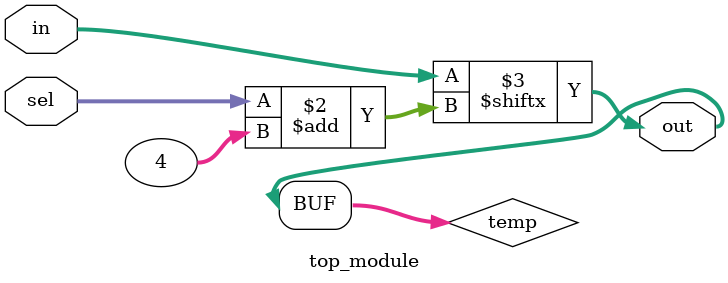
<source format=sv>
module top_module (
    input [1023:0] in,
    input [7:0] sel,
    output [3:0] out
);
    reg [3:0] temp;
    
    always @(sel) begin
        temp = in[sel+7:sel+4];
        out = temp;
    end
endmodule

</source>
